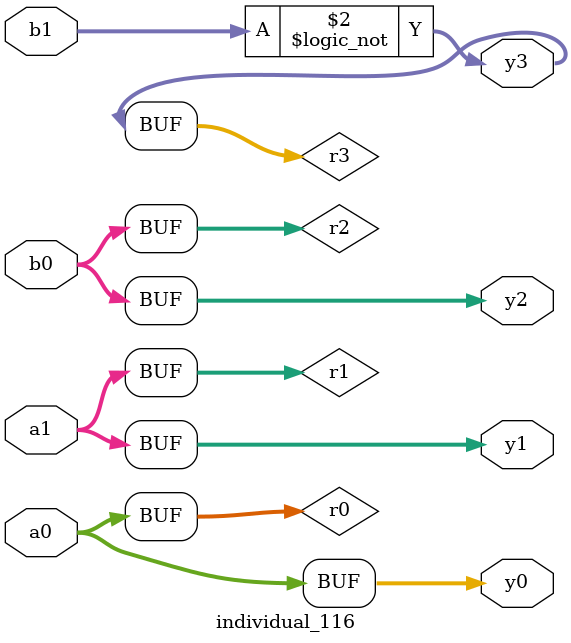
<source format=sv>
module individual_116(input logic [15:0] a1, input logic [15:0] a0, input logic [15:0] b1, input logic [15:0] b0, output logic [15:0] y3, output logic [15:0] y2, output logic [15:0] y1, output logic [15:0] y0);
logic [15:0] r0, r1, r2, r3; 
 always@(*) begin 
	 r0 = a0; r1 = a1; r2 = b0; r3 = b1; 
 	 r3 = ! b1 ;
 	 y3 = r3; y2 = r2; y1 = r1; y0 = r0; 
end
endmodule
</source>
